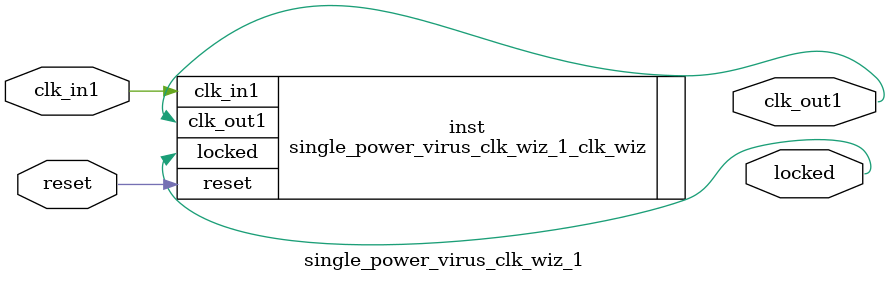
<source format=v>


`timescale 1ps/1ps

(* CORE_GENERATION_INFO = "single_power_virus_clk_wiz_1,clk_wiz_v6_0_5_0_0,{component_name=single_power_virus_clk_wiz_1,use_phase_alignment=true,use_min_o_jitter=false,use_max_i_jitter=false,use_dyn_phase_shift=false,use_inclk_switchover=false,use_dyn_reconfig=false,enable_axi=0,feedback_source=FDBK_AUTO,PRIMITIVE=MMCM,num_out_clk=1,clkin1_period=8.000,clkin2_period=10.000,use_power_down=false,use_reset=true,use_locked=true,use_inclk_stopped=false,feedback_type=SINGLE,CLOCK_MGR_TYPE=NA,manual_override=false}" *)

module single_power_virus_clk_wiz_1 
 (
  // Clock out ports
  output        clk_out1,
  // Status and control signals
  input         reset,
  output        locked,
 // Clock in ports
  input         clk_in1
 );

  single_power_virus_clk_wiz_1_clk_wiz inst
  (
  // Clock out ports  
  .clk_out1(clk_out1),
  // Status and control signals               
  .reset(reset), 
  .locked(locked),
 // Clock in ports
  .clk_in1(clk_in1)
  );

endmodule

</source>
